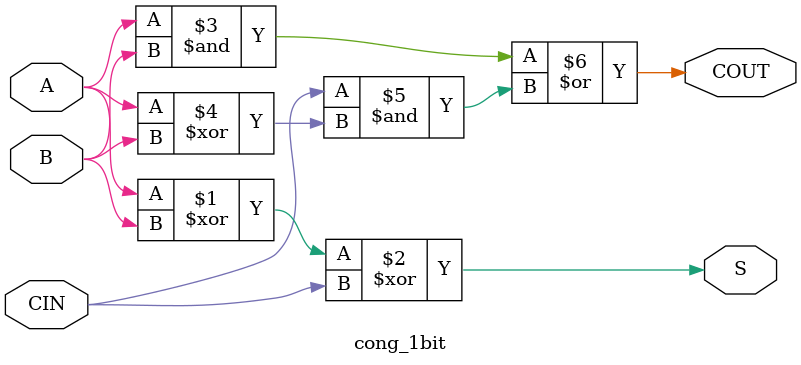
<source format=v>
`timescale 1ns / 1ps
module cong_1bit(
   input A,
	 input B,
	 input CIN,
	 output S,
	 output COUT
    );
assign S = A^B^CIN;
assign COUT = (A&B)|(CIN&(A^B));

endmodule

</source>
